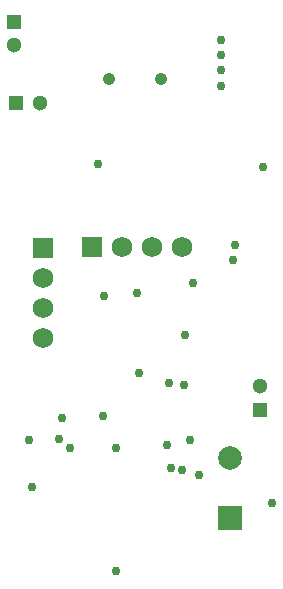
<source format=gbs>
G04*
G04 #@! TF.GenerationSoftware,Altium Limited,Altium Designer,20.1.14 (287)*
G04*
G04 Layer_Color=16711935*
%FSLAX25Y25*%
%MOIN*%
G70*
G04*
G04 #@! TF.SameCoordinates,4531C12C-93FC-4365-9EE7-7E3AE0C659AD*
G04*
G04*
G04 #@! TF.FilePolarity,Negative*
G04*
G01*
G75*
%ADD53C,0.05118*%
%ADD54R,0.05118X0.05118*%
%ADD55C,0.04134*%
%ADD56C,0.06890*%
%ADD57R,0.06890X0.06890*%
%ADD58R,0.05118X0.05118*%
%ADD59R,0.07874X0.07874*%
%ADD60C,0.07874*%
%ADD61R,0.06890X0.06890*%
%ADD62C,0.02953*%
D53*
X18437Y174500D02*
D03*
X10000Y193563D02*
D03*
X92000Y80000D02*
D03*
D54*
X10563Y174500D02*
D03*
D55*
X59000Y182500D02*
D03*
X41677D02*
D03*
D56*
X66000Y126500D02*
D03*
X56000D02*
D03*
X46000D02*
D03*
X19500Y96000D02*
D03*
Y106000D02*
D03*
Y116000D02*
D03*
D57*
X36000Y126500D02*
D03*
D58*
X10000Y201437D02*
D03*
X92000Y72126D02*
D03*
D59*
X82000Y36000D02*
D03*
D60*
Y56000D02*
D03*
D61*
X19500Y126000D02*
D03*
D62*
X71500Y50500D02*
D03*
X28500Y59500D02*
D03*
X25000Y62500D02*
D03*
X39500Y70000D02*
D03*
X26000Y69500D02*
D03*
X16000Y46500D02*
D03*
X15000Y62000D02*
D03*
X65827Y52000D02*
D03*
X62327Y52549D02*
D03*
X44000Y59500D02*
D03*
X68423Y62077D02*
D03*
X66500Y80500D02*
D03*
X61500Y81000D02*
D03*
X44000Y18500D02*
D03*
X51000Y111000D02*
D03*
X40000Y110000D02*
D03*
X96000Y41000D02*
D03*
X69500Y114500D02*
D03*
X60847Y60500D02*
D03*
X83500Y127000D02*
D03*
X83000Y122000D02*
D03*
X93000Y153000D02*
D03*
X38000Y154000D02*
D03*
X79000Y180000D02*
D03*
Y185500D02*
D03*
Y190500D02*
D03*
Y195500D02*
D03*
X51500Y84500D02*
D03*
X67000Y97000D02*
D03*
M02*

</source>
